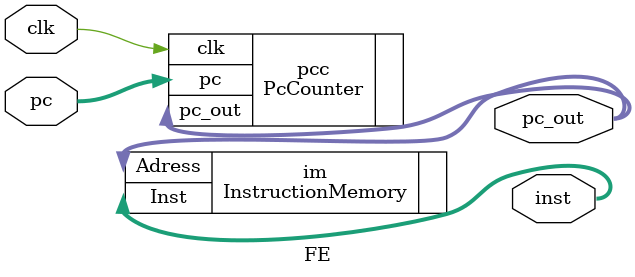
<source format=sv>

`include "modulos/PcCounter.sv"
`include "modulos/InstructionMemory.sv"

module FE(
    input logic clk,
    input logic [31:0] pc,
    output logic [31:0] inst,
    output logic [31:0] pc_out
);
    // Instancias de los módulos
    PcCounter pcc(
        .clk(clk),
        .pc(pc),
        .pc_out(pc_out)
    );
    InstructionMemory im(
        .Adress(pc_out),
        .Inst(inst)
    );

endmodule
</source>
